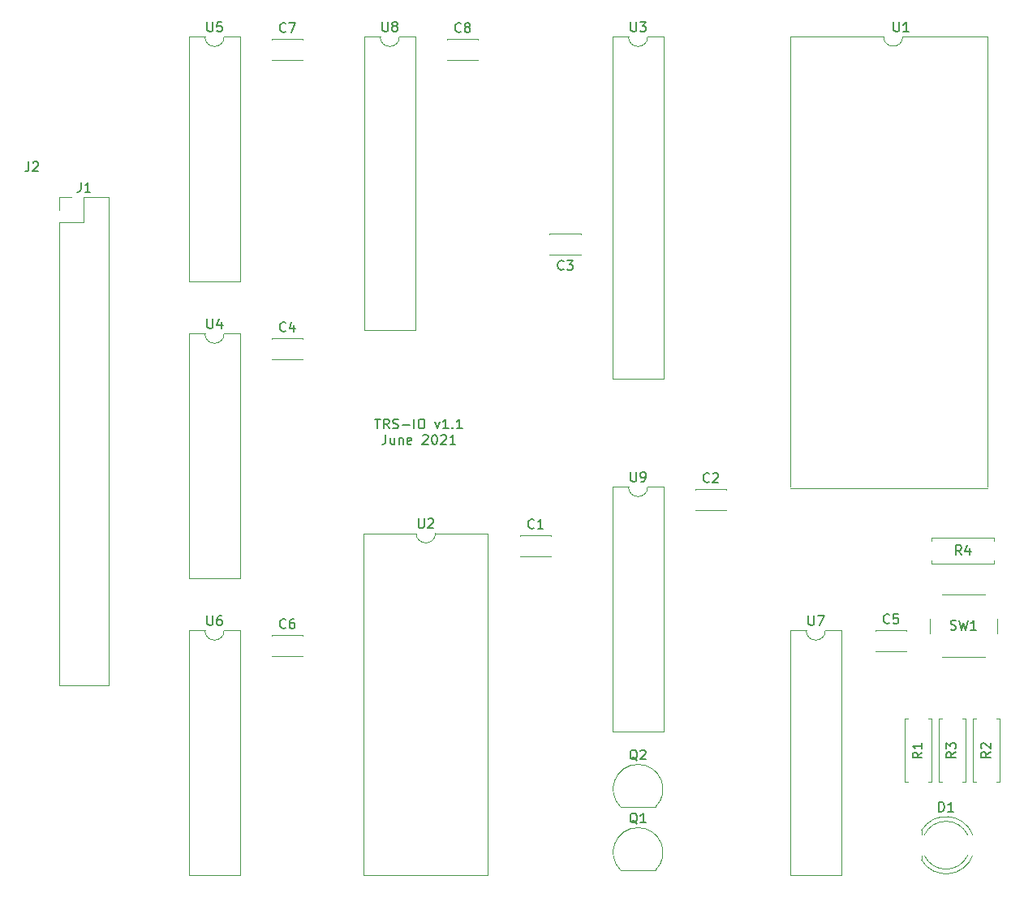
<source format=gbr>
%TF.GenerationSoftware,KiCad,Pcbnew,(5.1.10)-1*%
%TF.CreationDate,2021-06-27T11:46:23-07:00*%
%TF.ProjectId,TRS-IO-M1,5452532d-494f-42d4-9d31-2e6b69636164,rev?*%
%TF.SameCoordinates,Original*%
%TF.FileFunction,Legend,Top*%
%TF.FilePolarity,Positive*%
%FSLAX46Y46*%
G04 Gerber Fmt 4.6, Leading zero omitted, Abs format (unit mm)*
G04 Created by KiCad (PCBNEW (5.1.10)-1) date 2021-06-27 11:46:24*
%MOMM*%
%LPD*%
G01*
G04 APERTURE LIST*
%ADD10C,0.150000*%
%ADD11C,0.120000*%
G04 APERTURE END LIST*
D10*
X150471761Y-90575380D02*
X151043190Y-90575380D01*
X150757476Y-91575380D02*
X150757476Y-90575380D01*
X151947952Y-91575380D02*
X151614619Y-91099190D01*
X151376523Y-91575380D02*
X151376523Y-90575380D01*
X151757476Y-90575380D01*
X151852714Y-90623000D01*
X151900333Y-90670619D01*
X151947952Y-90765857D01*
X151947952Y-90908714D01*
X151900333Y-91003952D01*
X151852714Y-91051571D01*
X151757476Y-91099190D01*
X151376523Y-91099190D01*
X152328904Y-91527761D02*
X152471761Y-91575380D01*
X152709857Y-91575380D01*
X152805095Y-91527761D01*
X152852714Y-91480142D01*
X152900333Y-91384904D01*
X152900333Y-91289666D01*
X152852714Y-91194428D01*
X152805095Y-91146809D01*
X152709857Y-91099190D01*
X152519380Y-91051571D01*
X152424142Y-91003952D01*
X152376523Y-90956333D01*
X152328904Y-90861095D01*
X152328904Y-90765857D01*
X152376523Y-90670619D01*
X152424142Y-90623000D01*
X152519380Y-90575380D01*
X152757476Y-90575380D01*
X152900333Y-90623000D01*
X153328904Y-91194428D02*
X154090809Y-91194428D01*
X154567000Y-91575380D02*
X154567000Y-90575380D01*
X155233666Y-90575380D02*
X155424142Y-90575380D01*
X155519380Y-90623000D01*
X155614619Y-90718238D01*
X155662238Y-90908714D01*
X155662238Y-91242047D01*
X155614619Y-91432523D01*
X155519380Y-91527761D01*
X155424142Y-91575380D01*
X155233666Y-91575380D01*
X155138428Y-91527761D01*
X155043190Y-91432523D01*
X154995571Y-91242047D01*
X154995571Y-90908714D01*
X155043190Y-90718238D01*
X155138428Y-90623000D01*
X155233666Y-90575380D01*
X156757476Y-90908714D02*
X156995571Y-91575380D01*
X157233666Y-90908714D01*
X158138428Y-91575380D02*
X157567000Y-91575380D01*
X157852714Y-91575380D02*
X157852714Y-90575380D01*
X157757476Y-90718238D01*
X157662238Y-90813476D01*
X157567000Y-90861095D01*
X158567000Y-91480142D02*
X158614619Y-91527761D01*
X158567000Y-91575380D01*
X158519380Y-91527761D01*
X158567000Y-91480142D01*
X158567000Y-91575380D01*
X159567000Y-91575380D02*
X158995571Y-91575380D01*
X159281285Y-91575380D02*
X159281285Y-90575380D01*
X159186047Y-90718238D01*
X159090809Y-90813476D01*
X158995571Y-90861095D01*
X151590809Y-92225380D02*
X151590809Y-92939666D01*
X151543190Y-93082523D01*
X151447952Y-93177761D01*
X151305095Y-93225380D01*
X151209857Y-93225380D01*
X152495571Y-92558714D02*
X152495571Y-93225380D01*
X152067000Y-92558714D02*
X152067000Y-93082523D01*
X152114619Y-93177761D01*
X152209857Y-93225380D01*
X152352714Y-93225380D01*
X152447952Y-93177761D01*
X152495571Y-93130142D01*
X152971761Y-92558714D02*
X152971761Y-93225380D01*
X152971761Y-92653952D02*
X153019380Y-92606333D01*
X153114619Y-92558714D01*
X153257476Y-92558714D01*
X153352714Y-92606333D01*
X153400333Y-92701571D01*
X153400333Y-93225380D01*
X154257476Y-93177761D02*
X154162238Y-93225380D01*
X153971761Y-93225380D01*
X153876523Y-93177761D01*
X153828904Y-93082523D01*
X153828904Y-92701571D01*
X153876523Y-92606333D01*
X153971761Y-92558714D01*
X154162238Y-92558714D01*
X154257476Y-92606333D01*
X154305095Y-92701571D01*
X154305095Y-92796809D01*
X153828904Y-92892047D01*
X155447952Y-92320619D02*
X155495571Y-92273000D01*
X155590809Y-92225380D01*
X155828904Y-92225380D01*
X155924142Y-92273000D01*
X155971761Y-92320619D01*
X156019380Y-92415857D01*
X156019380Y-92511095D01*
X155971761Y-92653952D01*
X155400333Y-93225380D01*
X156019380Y-93225380D01*
X156638428Y-92225380D02*
X156733666Y-92225380D01*
X156828904Y-92273000D01*
X156876523Y-92320619D01*
X156924142Y-92415857D01*
X156971761Y-92606333D01*
X156971761Y-92844428D01*
X156924142Y-93034904D01*
X156876523Y-93130142D01*
X156828904Y-93177761D01*
X156733666Y-93225380D01*
X156638428Y-93225380D01*
X156543190Y-93177761D01*
X156495571Y-93130142D01*
X156447952Y-93034904D01*
X156400333Y-92844428D01*
X156400333Y-92606333D01*
X156447952Y-92415857D01*
X156495571Y-92320619D01*
X156543190Y-92273000D01*
X156638428Y-92225380D01*
X157352714Y-92320619D02*
X157400333Y-92273000D01*
X157495571Y-92225380D01*
X157733666Y-92225380D01*
X157828904Y-92273000D01*
X157876523Y-92320619D01*
X157924142Y-92415857D01*
X157924142Y-92511095D01*
X157876523Y-92653952D01*
X157305095Y-93225380D01*
X157924142Y-93225380D01*
X158876523Y-93225380D02*
X158305095Y-93225380D01*
X158590809Y-93225380D02*
X158590809Y-92225380D01*
X158495571Y-92368238D01*
X158400333Y-92463476D01*
X158305095Y-92511095D01*
D11*
%TO.C,U9*%
X180577000Y-97679200D02*
X178927000Y-97679200D01*
X180577000Y-123199200D02*
X180577000Y-97679200D01*
X175277000Y-123199200D02*
X180577000Y-123199200D01*
X175277000Y-97679200D02*
X175277000Y-123199200D01*
X176927000Y-97679200D02*
X175277000Y-97679200D01*
X178927000Y-97679200D02*
G75*
G02*
X176927000Y-97679200I-1000000J0D01*
G01*
%TO.C,U8*%
X154669000Y-50689200D02*
X153019000Y-50689200D01*
X154669000Y-81289200D02*
X154669000Y-50689200D01*
X149369000Y-81289200D02*
X154669000Y-81289200D01*
X149369000Y-50689200D02*
X149369000Y-81289200D01*
X151019000Y-50689200D02*
X149369000Y-50689200D01*
X153019000Y-50689200D02*
G75*
G02*
X151019000Y-50689200I-1000000J0D01*
G01*
%TO.C,U7*%
X199119000Y-112665200D02*
X197469000Y-112665200D01*
X199119000Y-138185200D02*
X199119000Y-112665200D01*
X193819000Y-138185200D02*
X199119000Y-138185200D01*
X193819000Y-112665200D02*
X193819000Y-138185200D01*
X195469000Y-112665200D02*
X193819000Y-112665200D01*
X197469000Y-112665200D02*
G75*
G02*
X195469000Y-112665200I-1000000J0D01*
G01*
%TO.C,U6*%
X136381000Y-112665200D02*
X134731000Y-112665200D01*
X136381000Y-138185200D02*
X136381000Y-112665200D01*
X131081000Y-138185200D02*
X136381000Y-138185200D01*
X131081000Y-112665200D02*
X131081000Y-138185200D01*
X132731000Y-112665200D02*
X131081000Y-112665200D01*
X134731000Y-112665200D02*
G75*
G02*
X132731000Y-112665200I-1000000J0D01*
G01*
%TO.C,U5*%
X136381000Y-50689200D02*
X134731000Y-50689200D01*
X136381000Y-76209200D02*
X136381000Y-50689200D01*
X131081000Y-76209200D02*
X136381000Y-76209200D01*
X131081000Y-50689200D02*
X131081000Y-76209200D01*
X132731000Y-50689200D02*
X131081000Y-50689200D01*
X134731000Y-50689200D02*
G75*
G02*
X132731000Y-50689200I-1000000J0D01*
G01*
%TO.C,U4*%
X136381000Y-81677200D02*
X134731000Y-81677200D01*
X136381000Y-107197200D02*
X136381000Y-81677200D01*
X131081000Y-107197200D02*
X136381000Y-107197200D01*
X131081000Y-81677200D02*
X131081000Y-107197200D01*
X132731000Y-81677200D02*
X131081000Y-81677200D01*
X134731000Y-81677200D02*
G75*
G02*
X132731000Y-81677200I-1000000J0D01*
G01*
%TO.C,U3*%
X180577000Y-50689200D02*
X178927000Y-50689200D01*
X180577000Y-86369200D02*
X180577000Y-50689200D01*
X175277000Y-86369200D02*
X180577000Y-86369200D01*
X175277000Y-50689200D02*
X175277000Y-86369200D01*
X176927000Y-50689200D02*
X175277000Y-50689200D01*
X178927000Y-50689200D02*
G75*
G02*
X176927000Y-50689200I-1000000J0D01*
G01*
%TO.C,U2*%
X162239000Y-102515200D02*
X156779000Y-102515200D01*
X162239000Y-138195200D02*
X162239000Y-102515200D01*
X149319000Y-138195200D02*
X162239000Y-138195200D01*
X149319000Y-102515200D02*
X149319000Y-138195200D01*
X154779000Y-102515200D02*
X149319000Y-102515200D01*
X156779000Y-102515200D02*
G75*
G02*
X154779000Y-102515200I-1000000J0D01*
G01*
%TO.C,U1*%
X214384400Y-50689200D02*
X205546200Y-50689200D01*
X214384400Y-97681700D02*
X214384400Y-50701700D01*
X193819000Y-97799200D02*
X214384400Y-97799200D01*
X193819000Y-50701700D02*
X193819000Y-97681700D01*
X203546200Y-50689200D02*
X193819000Y-50689200D01*
X205546200Y-50663800D02*
G75*
G02*
X203546200Y-50663800I-1000000J0D01*
G01*
%TO.C,SW1*%
X215382500Y-112931200D02*
X215382500Y-111431200D01*
X214132500Y-108931200D02*
X209632500Y-108931200D01*
X208382500Y-111431200D02*
X208382500Y-112931200D01*
X209632500Y-115431200D02*
X214132500Y-115431200D01*
%TO.C,R4*%
X215042500Y-105713200D02*
X215042500Y-105383200D01*
X208502500Y-105713200D02*
X215042500Y-105713200D01*
X208502500Y-105383200D02*
X208502500Y-105713200D01*
X215042500Y-102973200D02*
X215042500Y-103303200D01*
X208502500Y-102973200D02*
X215042500Y-102973200D01*
X208502500Y-103303200D02*
X208502500Y-102973200D01*
%TO.C,R3*%
X209323000Y-128441200D02*
X209653000Y-128441200D01*
X209323000Y-121901200D02*
X209323000Y-128441200D01*
X209653000Y-121901200D02*
X209323000Y-121901200D01*
X212063000Y-128441200D02*
X211733000Y-128441200D01*
X212063000Y-121901200D02*
X212063000Y-128441200D01*
X211733000Y-121901200D02*
X212063000Y-121901200D01*
%TO.C,R2*%
X212879000Y-128441200D02*
X213209000Y-128441200D01*
X212879000Y-121901200D02*
X212879000Y-128441200D01*
X213209000Y-121901200D02*
X212879000Y-121901200D01*
X215619000Y-128441200D02*
X215289000Y-128441200D01*
X215619000Y-121901200D02*
X215619000Y-128441200D01*
X215289000Y-121901200D02*
X215619000Y-121901200D01*
%TO.C,R1*%
X205767000Y-128441200D02*
X206097000Y-128441200D01*
X205767000Y-121901200D02*
X205767000Y-128441200D01*
X206097000Y-121901200D02*
X205767000Y-121901200D01*
X208507000Y-128441200D02*
X208177000Y-128441200D01*
X208507000Y-121901200D02*
X208507000Y-128441200D01*
X208177000Y-121901200D02*
X208507000Y-121901200D01*
%TO.C,Q2*%
X176127000Y-131085200D02*
X179727000Y-131085200D01*
X179765478Y-131073678D02*
G75*
G03*
X177927000Y-126635200I-1838478J1838478D01*
G01*
X176088522Y-131073678D02*
G75*
G02*
X177927000Y-126635200I1838478J1838478D01*
G01*
%TO.C,Q1*%
X176127000Y-137689200D02*
X179727000Y-137689200D01*
X179765478Y-137677678D02*
G75*
G03*
X177927000Y-133239200I-1838478J1838478D01*
G01*
X176088522Y-137677678D02*
G75*
G02*
X177927000Y-133239200I1838478J1838478D01*
G01*
%TO.C,J1*%
X117509000Y-67429200D02*
X118839000Y-67429200D01*
X117509000Y-68759200D02*
X117509000Y-67429200D01*
X120109000Y-67429200D02*
X122709000Y-67429200D01*
X120109000Y-70029200D02*
X120109000Y-67429200D01*
X117509000Y-70029200D02*
X120109000Y-70029200D01*
X122709000Y-67429200D02*
X122709000Y-118349200D01*
X117509000Y-70029200D02*
X117509000Y-118349200D01*
X117509000Y-118349200D02*
X122709000Y-118349200D01*
%TO.C,D1*%
X207498000Y-136157200D02*
X207498000Y-136622200D01*
X207498000Y-133532200D02*
X207498000Y-133997200D01*
X212312479Y-136157629D02*
G75*
G02*
X207803316Y-136157200I-2254479J1080429D01*
G01*
X212312479Y-133996771D02*
G75*
G03*
X207803316Y-133997200I-2254479J-1080429D01*
G01*
X212845815Y-136158027D02*
G75*
G02*
X207498000Y-136622030I-2787815J1080827D01*
G01*
X212845815Y-133996373D02*
G75*
G03*
X207498000Y-133532370I-2787815J-1080827D01*
G01*
%TO.C,C8*%
X161239000Y-53074200D02*
X161239000Y-53139200D01*
X161239000Y-50899200D02*
X161239000Y-50964200D01*
X157999000Y-53074200D02*
X157999000Y-53139200D01*
X157999000Y-50899200D02*
X157999000Y-50964200D01*
X157999000Y-53139200D02*
X161239000Y-53139200D01*
X157999000Y-50899200D02*
X161239000Y-50899200D01*
%TO.C,C7*%
X142951000Y-53074200D02*
X142951000Y-53139200D01*
X142951000Y-50899200D02*
X142951000Y-50964200D01*
X139711000Y-53074200D02*
X139711000Y-53139200D01*
X139711000Y-50899200D02*
X139711000Y-50964200D01*
X139711000Y-53139200D02*
X142951000Y-53139200D01*
X139711000Y-50899200D02*
X142951000Y-50899200D01*
%TO.C,C6*%
X142951000Y-115304200D02*
X142951000Y-115369200D01*
X142951000Y-113129200D02*
X142951000Y-113194200D01*
X139711000Y-115304200D02*
X139711000Y-115369200D01*
X139711000Y-113129200D02*
X139711000Y-113194200D01*
X139711000Y-115369200D02*
X142951000Y-115369200D01*
X139711000Y-113129200D02*
X142951000Y-113129200D01*
%TO.C,C5*%
X205943000Y-114796200D02*
X205943000Y-114861200D01*
X205943000Y-112621200D02*
X205943000Y-112686200D01*
X202703000Y-114796200D02*
X202703000Y-114861200D01*
X202703000Y-112621200D02*
X202703000Y-112686200D01*
X202703000Y-114861200D02*
X205943000Y-114861200D01*
X202703000Y-112621200D02*
X205943000Y-112621200D01*
%TO.C,C4*%
X142951000Y-84316200D02*
X142951000Y-84381200D01*
X142951000Y-82141200D02*
X142951000Y-82206200D01*
X139711000Y-84316200D02*
X139711000Y-84381200D01*
X139711000Y-82141200D02*
X139711000Y-82206200D01*
X139711000Y-84381200D02*
X142951000Y-84381200D01*
X139711000Y-82141200D02*
X142951000Y-82141200D01*
%TO.C,C3*%
X168707000Y-71284200D02*
X168707000Y-71219200D01*
X168707000Y-73459200D02*
X168707000Y-73394200D01*
X171947000Y-71284200D02*
X171947000Y-71219200D01*
X171947000Y-73459200D02*
X171947000Y-73394200D01*
X171947000Y-71219200D02*
X168707000Y-71219200D01*
X171947000Y-73459200D02*
X168707000Y-73459200D01*
%TO.C,C2*%
X187147000Y-100064200D02*
X187147000Y-100129200D01*
X187147000Y-97889200D02*
X187147000Y-97954200D01*
X183907000Y-100064200D02*
X183907000Y-100129200D01*
X183907000Y-97889200D02*
X183907000Y-97954200D01*
X183907000Y-100129200D02*
X187147000Y-100129200D01*
X183907000Y-97889200D02*
X187147000Y-97889200D01*
%TO.C,C1*%
X168859000Y-104890200D02*
X168859000Y-104955200D01*
X168859000Y-102715200D02*
X168859000Y-102780200D01*
X165619000Y-104890200D02*
X165619000Y-104955200D01*
X165619000Y-102715200D02*
X165619000Y-102780200D01*
X165619000Y-104955200D02*
X168859000Y-104955200D01*
X165619000Y-102715200D02*
X168859000Y-102715200D01*
%TO.C,U9*%
D10*
X177165095Y-96131580D02*
X177165095Y-96941104D01*
X177212714Y-97036342D01*
X177260333Y-97083961D01*
X177355571Y-97131580D01*
X177546047Y-97131580D01*
X177641285Y-97083961D01*
X177688904Y-97036342D01*
X177736523Y-96941104D01*
X177736523Y-96131580D01*
X178260333Y-97131580D02*
X178450809Y-97131580D01*
X178546047Y-97083961D01*
X178593666Y-97036342D01*
X178688904Y-96893485D01*
X178736523Y-96703009D01*
X178736523Y-96322057D01*
X178688904Y-96226819D01*
X178641285Y-96179200D01*
X178546047Y-96131580D01*
X178355571Y-96131580D01*
X178260333Y-96179200D01*
X178212714Y-96226819D01*
X178165095Y-96322057D01*
X178165095Y-96560152D01*
X178212714Y-96655390D01*
X178260333Y-96703009D01*
X178355571Y-96750628D01*
X178546047Y-96750628D01*
X178641285Y-96703009D01*
X178688904Y-96655390D01*
X178736523Y-96560152D01*
%TO.C,U8*%
X151257095Y-49141580D02*
X151257095Y-49951104D01*
X151304714Y-50046342D01*
X151352333Y-50093961D01*
X151447571Y-50141580D01*
X151638047Y-50141580D01*
X151733285Y-50093961D01*
X151780904Y-50046342D01*
X151828523Y-49951104D01*
X151828523Y-49141580D01*
X152447571Y-49570152D02*
X152352333Y-49522533D01*
X152304714Y-49474914D01*
X152257095Y-49379676D01*
X152257095Y-49332057D01*
X152304714Y-49236819D01*
X152352333Y-49189200D01*
X152447571Y-49141580D01*
X152638047Y-49141580D01*
X152733285Y-49189200D01*
X152780904Y-49236819D01*
X152828523Y-49332057D01*
X152828523Y-49379676D01*
X152780904Y-49474914D01*
X152733285Y-49522533D01*
X152638047Y-49570152D01*
X152447571Y-49570152D01*
X152352333Y-49617771D01*
X152304714Y-49665390D01*
X152257095Y-49760628D01*
X152257095Y-49951104D01*
X152304714Y-50046342D01*
X152352333Y-50093961D01*
X152447571Y-50141580D01*
X152638047Y-50141580D01*
X152733285Y-50093961D01*
X152780904Y-50046342D01*
X152828523Y-49951104D01*
X152828523Y-49760628D01*
X152780904Y-49665390D01*
X152733285Y-49617771D01*
X152638047Y-49570152D01*
%TO.C,U7*%
X195707095Y-111117580D02*
X195707095Y-111927104D01*
X195754714Y-112022342D01*
X195802333Y-112069961D01*
X195897571Y-112117580D01*
X196088047Y-112117580D01*
X196183285Y-112069961D01*
X196230904Y-112022342D01*
X196278523Y-111927104D01*
X196278523Y-111117580D01*
X196659476Y-111117580D02*
X197326142Y-111117580D01*
X196897571Y-112117580D01*
%TO.C,U6*%
X132969095Y-111117580D02*
X132969095Y-111927104D01*
X133016714Y-112022342D01*
X133064333Y-112069961D01*
X133159571Y-112117580D01*
X133350047Y-112117580D01*
X133445285Y-112069961D01*
X133492904Y-112022342D01*
X133540523Y-111927104D01*
X133540523Y-111117580D01*
X134445285Y-111117580D02*
X134254809Y-111117580D01*
X134159571Y-111165200D01*
X134111952Y-111212819D01*
X134016714Y-111355676D01*
X133969095Y-111546152D01*
X133969095Y-111927104D01*
X134016714Y-112022342D01*
X134064333Y-112069961D01*
X134159571Y-112117580D01*
X134350047Y-112117580D01*
X134445285Y-112069961D01*
X134492904Y-112022342D01*
X134540523Y-111927104D01*
X134540523Y-111689009D01*
X134492904Y-111593771D01*
X134445285Y-111546152D01*
X134350047Y-111498533D01*
X134159571Y-111498533D01*
X134064333Y-111546152D01*
X134016714Y-111593771D01*
X133969095Y-111689009D01*
%TO.C,U5*%
X132969095Y-49141580D02*
X132969095Y-49951104D01*
X133016714Y-50046342D01*
X133064333Y-50093961D01*
X133159571Y-50141580D01*
X133350047Y-50141580D01*
X133445285Y-50093961D01*
X133492904Y-50046342D01*
X133540523Y-49951104D01*
X133540523Y-49141580D01*
X134492904Y-49141580D02*
X134016714Y-49141580D01*
X133969095Y-49617771D01*
X134016714Y-49570152D01*
X134111952Y-49522533D01*
X134350047Y-49522533D01*
X134445285Y-49570152D01*
X134492904Y-49617771D01*
X134540523Y-49713009D01*
X134540523Y-49951104D01*
X134492904Y-50046342D01*
X134445285Y-50093961D01*
X134350047Y-50141580D01*
X134111952Y-50141580D01*
X134016714Y-50093961D01*
X133969095Y-50046342D01*
%TO.C,U4*%
X132969095Y-80129580D02*
X132969095Y-80939104D01*
X133016714Y-81034342D01*
X133064333Y-81081961D01*
X133159571Y-81129580D01*
X133350047Y-81129580D01*
X133445285Y-81081961D01*
X133492904Y-81034342D01*
X133540523Y-80939104D01*
X133540523Y-80129580D01*
X134445285Y-80462914D02*
X134445285Y-81129580D01*
X134207190Y-80081961D02*
X133969095Y-80796247D01*
X134588142Y-80796247D01*
%TO.C,U3*%
X177165095Y-49141580D02*
X177165095Y-49951104D01*
X177212714Y-50046342D01*
X177260333Y-50093961D01*
X177355571Y-50141580D01*
X177546047Y-50141580D01*
X177641285Y-50093961D01*
X177688904Y-50046342D01*
X177736523Y-49951104D01*
X177736523Y-49141580D01*
X178117476Y-49141580D02*
X178736523Y-49141580D01*
X178403190Y-49522533D01*
X178546047Y-49522533D01*
X178641285Y-49570152D01*
X178688904Y-49617771D01*
X178736523Y-49713009D01*
X178736523Y-49951104D01*
X178688904Y-50046342D01*
X178641285Y-50093961D01*
X178546047Y-50141580D01*
X178260333Y-50141580D01*
X178165095Y-50093961D01*
X178117476Y-50046342D01*
%TO.C,U2*%
X155017095Y-100967580D02*
X155017095Y-101777104D01*
X155064714Y-101872342D01*
X155112333Y-101919961D01*
X155207571Y-101967580D01*
X155398047Y-101967580D01*
X155493285Y-101919961D01*
X155540904Y-101872342D01*
X155588523Y-101777104D01*
X155588523Y-100967580D01*
X156017095Y-101062819D02*
X156064714Y-101015200D01*
X156159952Y-100967580D01*
X156398047Y-100967580D01*
X156493285Y-101015200D01*
X156540904Y-101062819D01*
X156588523Y-101158057D01*
X156588523Y-101253295D01*
X156540904Y-101396152D01*
X155969476Y-101967580D01*
X156588523Y-101967580D01*
%TO.C,U1*%
X204597095Y-49141580D02*
X204597095Y-49951104D01*
X204644714Y-50046342D01*
X204692333Y-50093961D01*
X204787571Y-50141580D01*
X204978047Y-50141580D01*
X205073285Y-50093961D01*
X205120904Y-50046342D01*
X205168523Y-49951104D01*
X205168523Y-49141580D01*
X206168523Y-50141580D02*
X205597095Y-50141580D01*
X205882809Y-50141580D02*
X205882809Y-49141580D01*
X205787571Y-49284438D01*
X205692333Y-49379676D01*
X205597095Y-49427295D01*
%TO.C,SW1*%
X210553466Y-112545761D02*
X210696323Y-112593380D01*
X210934419Y-112593380D01*
X211029657Y-112545761D01*
X211077276Y-112498142D01*
X211124895Y-112402904D01*
X211124895Y-112307666D01*
X211077276Y-112212428D01*
X211029657Y-112164809D01*
X210934419Y-112117190D01*
X210743942Y-112069571D01*
X210648704Y-112021952D01*
X210601085Y-111974333D01*
X210553466Y-111879095D01*
X210553466Y-111783857D01*
X210601085Y-111688619D01*
X210648704Y-111641000D01*
X210743942Y-111593380D01*
X210982038Y-111593380D01*
X211124895Y-111641000D01*
X211458228Y-111593380D02*
X211696323Y-112593380D01*
X211886800Y-111879095D01*
X212077276Y-112593380D01*
X212315371Y-111593380D01*
X213220133Y-112593380D02*
X212648704Y-112593380D01*
X212934419Y-112593380D02*
X212934419Y-111593380D01*
X212839180Y-111736238D01*
X212743942Y-111831476D01*
X212648704Y-111879095D01*
%TO.C,R4*%
X211669333Y-104770180D02*
X211336000Y-104293990D01*
X211097904Y-104770180D02*
X211097904Y-103770180D01*
X211478857Y-103770180D01*
X211574095Y-103817800D01*
X211621714Y-103865419D01*
X211669333Y-103960657D01*
X211669333Y-104103514D01*
X211621714Y-104198752D01*
X211574095Y-104246371D01*
X211478857Y-104293990D01*
X211097904Y-104293990D01*
X212526476Y-104103514D02*
X212526476Y-104770180D01*
X212288380Y-103722561D02*
X212050285Y-104436847D01*
X212669333Y-104436847D01*
%TO.C,R3*%
X211069180Y-125363266D02*
X210592990Y-125696600D01*
X211069180Y-125934695D02*
X210069180Y-125934695D01*
X210069180Y-125553742D01*
X210116800Y-125458504D01*
X210164419Y-125410885D01*
X210259657Y-125363266D01*
X210402514Y-125363266D01*
X210497752Y-125410885D01*
X210545371Y-125458504D01*
X210592990Y-125553742D01*
X210592990Y-125934695D01*
X210069180Y-125029933D02*
X210069180Y-124410885D01*
X210450133Y-124744219D01*
X210450133Y-124601361D01*
X210497752Y-124506123D01*
X210545371Y-124458504D01*
X210640609Y-124410885D01*
X210878704Y-124410885D01*
X210973942Y-124458504D01*
X211021561Y-124506123D01*
X211069180Y-124601361D01*
X211069180Y-124887076D01*
X211021561Y-124982314D01*
X210973942Y-125029933D01*
%TO.C,R2*%
X214701380Y-125363266D02*
X214225190Y-125696600D01*
X214701380Y-125934695D02*
X213701380Y-125934695D01*
X213701380Y-125553742D01*
X213749000Y-125458504D01*
X213796619Y-125410885D01*
X213891857Y-125363266D01*
X214034714Y-125363266D01*
X214129952Y-125410885D01*
X214177571Y-125458504D01*
X214225190Y-125553742D01*
X214225190Y-125934695D01*
X213796619Y-124982314D02*
X213749000Y-124934695D01*
X213701380Y-124839457D01*
X213701380Y-124601361D01*
X213749000Y-124506123D01*
X213796619Y-124458504D01*
X213891857Y-124410885D01*
X213987095Y-124410885D01*
X214129952Y-124458504D01*
X214701380Y-125029933D01*
X214701380Y-124410885D01*
%TO.C,R1*%
X207563980Y-125388666D02*
X207087790Y-125722000D01*
X207563980Y-125960095D02*
X206563980Y-125960095D01*
X206563980Y-125579142D01*
X206611600Y-125483904D01*
X206659219Y-125436285D01*
X206754457Y-125388666D01*
X206897314Y-125388666D01*
X206992552Y-125436285D01*
X207040171Y-125483904D01*
X207087790Y-125579142D01*
X207087790Y-125960095D01*
X207563980Y-124436285D02*
X207563980Y-125007714D01*
X207563980Y-124722000D02*
X206563980Y-124722000D01*
X206706838Y-124817238D01*
X206802076Y-124912476D01*
X206849695Y-125007714D01*
%TO.C,Q2*%
X177831761Y-126222819D02*
X177736523Y-126175200D01*
X177641285Y-126079961D01*
X177498428Y-125937104D01*
X177403190Y-125889485D01*
X177307952Y-125889485D01*
X177355571Y-126127580D02*
X177260333Y-126079961D01*
X177165095Y-125984723D01*
X177117476Y-125794247D01*
X177117476Y-125460914D01*
X177165095Y-125270438D01*
X177260333Y-125175200D01*
X177355571Y-125127580D01*
X177546047Y-125127580D01*
X177641285Y-125175200D01*
X177736523Y-125270438D01*
X177784142Y-125460914D01*
X177784142Y-125794247D01*
X177736523Y-125984723D01*
X177641285Y-126079961D01*
X177546047Y-126127580D01*
X177355571Y-126127580D01*
X178165095Y-125222819D02*
X178212714Y-125175200D01*
X178307952Y-125127580D01*
X178546047Y-125127580D01*
X178641285Y-125175200D01*
X178688904Y-125222819D01*
X178736523Y-125318057D01*
X178736523Y-125413295D01*
X178688904Y-125556152D01*
X178117476Y-126127580D01*
X178736523Y-126127580D01*
%TO.C,Q1*%
X177831761Y-132826819D02*
X177736523Y-132779200D01*
X177641285Y-132683961D01*
X177498428Y-132541104D01*
X177403190Y-132493485D01*
X177307952Y-132493485D01*
X177355571Y-132731580D02*
X177260333Y-132683961D01*
X177165095Y-132588723D01*
X177117476Y-132398247D01*
X177117476Y-132064914D01*
X177165095Y-131874438D01*
X177260333Y-131779200D01*
X177355571Y-131731580D01*
X177546047Y-131731580D01*
X177641285Y-131779200D01*
X177736523Y-131874438D01*
X177784142Y-132064914D01*
X177784142Y-132398247D01*
X177736523Y-132588723D01*
X177641285Y-132683961D01*
X177546047Y-132731580D01*
X177355571Y-132731580D01*
X178736523Y-132731580D02*
X178165095Y-132731580D01*
X178450809Y-132731580D02*
X178450809Y-131731580D01*
X178355571Y-131874438D01*
X178260333Y-131969676D01*
X178165095Y-132017295D01*
%TO.C,J2*%
X114347666Y-63727080D02*
X114347666Y-64441366D01*
X114300047Y-64584223D01*
X114204809Y-64679461D01*
X114061952Y-64727080D01*
X113966714Y-64727080D01*
X114776238Y-63822319D02*
X114823857Y-63774700D01*
X114919095Y-63727080D01*
X115157190Y-63727080D01*
X115252428Y-63774700D01*
X115300047Y-63822319D01*
X115347666Y-63917557D01*
X115347666Y-64012795D01*
X115300047Y-64155652D01*
X114728619Y-64727080D01*
X115347666Y-64727080D01*
%TO.C,J1*%
X119775666Y-65881580D02*
X119775666Y-66595866D01*
X119728047Y-66738723D01*
X119632809Y-66833961D01*
X119489952Y-66881580D01*
X119394714Y-66881580D01*
X120775666Y-66881580D02*
X120204238Y-66881580D01*
X120489952Y-66881580D02*
X120489952Y-65881580D01*
X120394714Y-66024438D01*
X120299476Y-66119676D01*
X120204238Y-66167295D01*
%TO.C,D1*%
X209319904Y-131569580D02*
X209319904Y-130569580D01*
X209558000Y-130569580D01*
X209700857Y-130617200D01*
X209796095Y-130712438D01*
X209843714Y-130807676D01*
X209891333Y-130998152D01*
X209891333Y-131141009D01*
X209843714Y-131331485D01*
X209796095Y-131426723D01*
X209700857Y-131521961D01*
X209558000Y-131569580D01*
X209319904Y-131569580D01*
X210843714Y-131569580D02*
X210272285Y-131569580D01*
X210558000Y-131569580D02*
X210558000Y-130569580D01*
X210462761Y-130712438D01*
X210367523Y-130807676D01*
X210272285Y-130855295D01*
%TO.C,C8*%
X159452333Y-50126342D02*
X159404714Y-50173961D01*
X159261857Y-50221580D01*
X159166619Y-50221580D01*
X159023761Y-50173961D01*
X158928523Y-50078723D01*
X158880904Y-49983485D01*
X158833285Y-49793009D01*
X158833285Y-49650152D01*
X158880904Y-49459676D01*
X158928523Y-49364438D01*
X159023761Y-49269200D01*
X159166619Y-49221580D01*
X159261857Y-49221580D01*
X159404714Y-49269200D01*
X159452333Y-49316819D01*
X160023761Y-49650152D02*
X159928523Y-49602533D01*
X159880904Y-49554914D01*
X159833285Y-49459676D01*
X159833285Y-49412057D01*
X159880904Y-49316819D01*
X159928523Y-49269200D01*
X160023761Y-49221580D01*
X160214238Y-49221580D01*
X160309476Y-49269200D01*
X160357095Y-49316819D01*
X160404714Y-49412057D01*
X160404714Y-49459676D01*
X160357095Y-49554914D01*
X160309476Y-49602533D01*
X160214238Y-49650152D01*
X160023761Y-49650152D01*
X159928523Y-49697771D01*
X159880904Y-49745390D01*
X159833285Y-49840628D01*
X159833285Y-50031104D01*
X159880904Y-50126342D01*
X159928523Y-50173961D01*
X160023761Y-50221580D01*
X160214238Y-50221580D01*
X160309476Y-50173961D01*
X160357095Y-50126342D01*
X160404714Y-50031104D01*
X160404714Y-49840628D01*
X160357095Y-49745390D01*
X160309476Y-49697771D01*
X160214238Y-49650152D01*
%TO.C,C7*%
X141164333Y-50126342D02*
X141116714Y-50173961D01*
X140973857Y-50221580D01*
X140878619Y-50221580D01*
X140735761Y-50173961D01*
X140640523Y-50078723D01*
X140592904Y-49983485D01*
X140545285Y-49793009D01*
X140545285Y-49650152D01*
X140592904Y-49459676D01*
X140640523Y-49364438D01*
X140735761Y-49269200D01*
X140878619Y-49221580D01*
X140973857Y-49221580D01*
X141116714Y-49269200D01*
X141164333Y-49316819D01*
X141497666Y-49221580D02*
X142164333Y-49221580D01*
X141735761Y-50221580D01*
%TO.C,C6*%
X141164333Y-112356342D02*
X141116714Y-112403961D01*
X140973857Y-112451580D01*
X140878619Y-112451580D01*
X140735761Y-112403961D01*
X140640523Y-112308723D01*
X140592904Y-112213485D01*
X140545285Y-112023009D01*
X140545285Y-111880152D01*
X140592904Y-111689676D01*
X140640523Y-111594438D01*
X140735761Y-111499200D01*
X140878619Y-111451580D01*
X140973857Y-111451580D01*
X141116714Y-111499200D01*
X141164333Y-111546819D01*
X142021476Y-111451580D02*
X141831000Y-111451580D01*
X141735761Y-111499200D01*
X141688142Y-111546819D01*
X141592904Y-111689676D01*
X141545285Y-111880152D01*
X141545285Y-112261104D01*
X141592904Y-112356342D01*
X141640523Y-112403961D01*
X141735761Y-112451580D01*
X141926238Y-112451580D01*
X142021476Y-112403961D01*
X142069095Y-112356342D01*
X142116714Y-112261104D01*
X142116714Y-112023009D01*
X142069095Y-111927771D01*
X142021476Y-111880152D01*
X141926238Y-111832533D01*
X141735761Y-111832533D01*
X141640523Y-111880152D01*
X141592904Y-111927771D01*
X141545285Y-112023009D01*
%TO.C,C5*%
X204156333Y-111848342D02*
X204108714Y-111895961D01*
X203965857Y-111943580D01*
X203870619Y-111943580D01*
X203727761Y-111895961D01*
X203632523Y-111800723D01*
X203584904Y-111705485D01*
X203537285Y-111515009D01*
X203537285Y-111372152D01*
X203584904Y-111181676D01*
X203632523Y-111086438D01*
X203727761Y-110991200D01*
X203870619Y-110943580D01*
X203965857Y-110943580D01*
X204108714Y-110991200D01*
X204156333Y-111038819D01*
X205061095Y-110943580D02*
X204584904Y-110943580D01*
X204537285Y-111419771D01*
X204584904Y-111372152D01*
X204680142Y-111324533D01*
X204918238Y-111324533D01*
X205013476Y-111372152D01*
X205061095Y-111419771D01*
X205108714Y-111515009D01*
X205108714Y-111753104D01*
X205061095Y-111848342D01*
X205013476Y-111895961D01*
X204918238Y-111943580D01*
X204680142Y-111943580D01*
X204584904Y-111895961D01*
X204537285Y-111848342D01*
%TO.C,C4*%
X141164333Y-81368342D02*
X141116714Y-81415961D01*
X140973857Y-81463580D01*
X140878619Y-81463580D01*
X140735761Y-81415961D01*
X140640523Y-81320723D01*
X140592904Y-81225485D01*
X140545285Y-81035009D01*
X140545285Y-80892152D01*
X140592904Y-80701676D01*
X140640523Y-80606438D01*
X140735761Y-80511200D01*
X140878619Y-80463580D01*
X140973857Y-80463580D01*
X141116714Y-80511200D01*
X141164333Y-80558819D01*
X142021476Y-80796914D02*
X142021476Y-81463580D01*
X141783380Y-80415961D02*
X141545285Y-81130247D01*
X142164333Y-81130247D01*
%TO.C,C3*%
X170160333Y-74946342D02*
X170112714Y-74993961D01*
X169969857Y-75041580D01*
X169874619Y-75041580D01*
X169731761Y-74993961D01*
X169636523Y-74898723D01*
X169588904Y-74803485D01*
X169541285Y-74613009D01*
X169541285Y-74470152D01*
X169588904Y-74279676D01*
X169636523Y-74184438D01*
X169731761Y-74089200D01*
X169874619Y-74041580D01*
X169969857Y-74041580D01*
X170112714Y-74089200D01*
X170160333Y-74136819D01*
X170493666Y-74041580D02*
X171112714Y-74041580D01*
X170779380Y-74422533D01*
X170922238Y-74422533D01*
X171017476Y-74470152D01*
X171065095Y-74517771D01*
X171112714Y-74613009D01*
X171112714Y-74851104D01*
X171065095Y-74946342D01*
X171017476Y-74993961D01*
X170922238Y-75041580D01*
X170636523Y-75041580D01*
X170541285Y-74993961D01*
X170493666Y-74946342D01*
%TO.C,C2*%
X185360333Y-97116342D02*
X185312714Y-97163961D01*
X185169857Y-97211580D01*
X185074619Y-97211580D01*
X184931761Y-97163961D01*
X184836523Y-97068723D01*
X184788904Y-96973485D01*
X184741285Y-96783009D01*
X184741285Y-96640152D01*
X184788904Y-96449676D01*
X184836523Y-96354438D01*
X184931761Y-96259200D01*
X185074619Y-96211580D01*
X185169857Y-96211580D01*
X185312714Y-96259200D01*
X185360333Y-96306819D01*
X185741285Y-96306819D02*
X185788904Y-96259200D01*
X185884142Y-96211580D01*
X186122238Y-96211580D01*
X186217476Y-96259200D01*
X186265095Y-96306819D01*
X186312714Y-96402057D01*
X186312714Y-96497295D01*
X186265095Y-96640152D01*
X185693666Y-97211580D01*
X186312714Y-97211580D01*
%TO.C,C1*%
X167072333Y-101942342D02*
X167024714Y-101989961D01*
X166881857Y-102037580D01*
X166786619Y-102037580D01*
X166643761Y-101989961D01*
X166548523Y-101894723D01*
X166500904Y-101799485D01*
X166453285Y-101609009D01*
X166453285Y-101466152D01*
X166500904Y-101275676D01*
X166548523Y-101180438D01*
X166643761Y-101085200D01*
X166786619Y-101037580D01*
X166881857Y-101037580D01*
X167024714Y-101085200D01*
X167072333Y-101132819D01*
X168024714Y-102037580D02*
X167453285Y-102037580D01*
X167739000Y-102037580D02*
X167739000Y-101037580D01*
X167643761Y-101180438D01*
X167548523Y-101275676D01*
X167453285Y-101323295D01*
%TD*%
M02*

</source>
